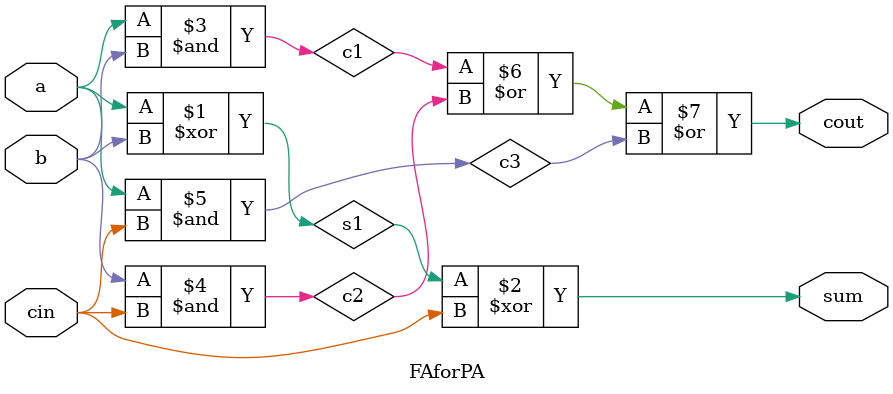
<source format=v>
module FAforPA(a,b,cin,sum,cout);
input a,b,cin;
output wire sum,cout;
wire s1,c1,c2,c3;
xor(s1,a,b);
xor(sum,s1,cin);
and(c1,a,b);
and(c2,b,cin);
and(c3,a,cin);
or(cout,c1,c2,c3);
endmodule

</source>
